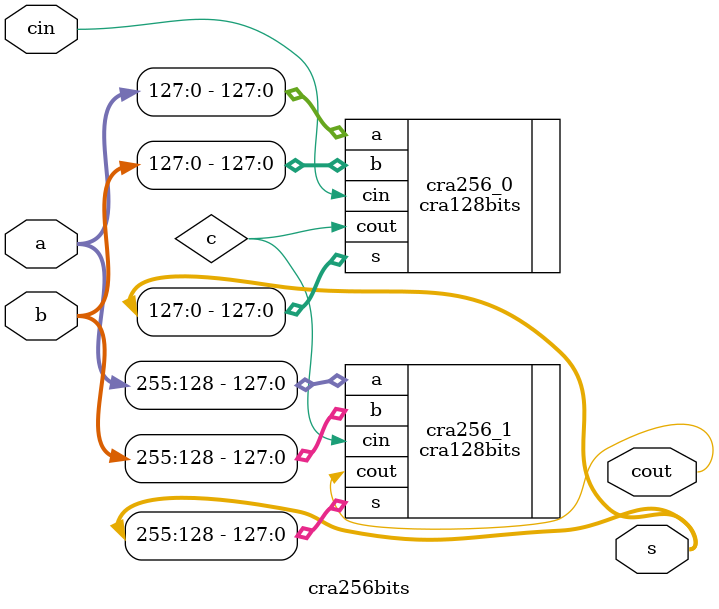
<source format=v>


// Unless required by applicable law or agreed to in writing, software
// distributed under the License is distributed on an "AS IS" BASIS,
// WITHOUT WARRANTIES OR CONDITIONS OF ANY KIND, either express or implied.
// See the License for the specific language governing permissions and
// limitations under the License.
//
//-----------------------------------------------------
// Design Name : cra256bits
// File Name   : cra256bits.v
// Function    : Carry Ripple Adder to 256 bits 
// Coder       : Jucemar Monteiro
//-----------------------------------------------------

module cra256bits (cin,a,b,s,cout);
	parameter n = 256;
	parameter m = 128;
	input  cin;	
	input  [n-1:0] a;
	input  [n-1:0] b;
	output  [n-1:0] s;
	output  cout;
	
	wire c;

	cra128bits cra256_0 (.cin(cin),.a(a[m-1:0]),.b(b[m-1:0]),.s(s[m-1:0]),.cout(c));
	cra128bits cra256_1 (.cin(c),.a(a[n-1:m]),.b(b[n-1:m]),.s(s[n-1:m]),.cout(cout));
endmodule

</source>
